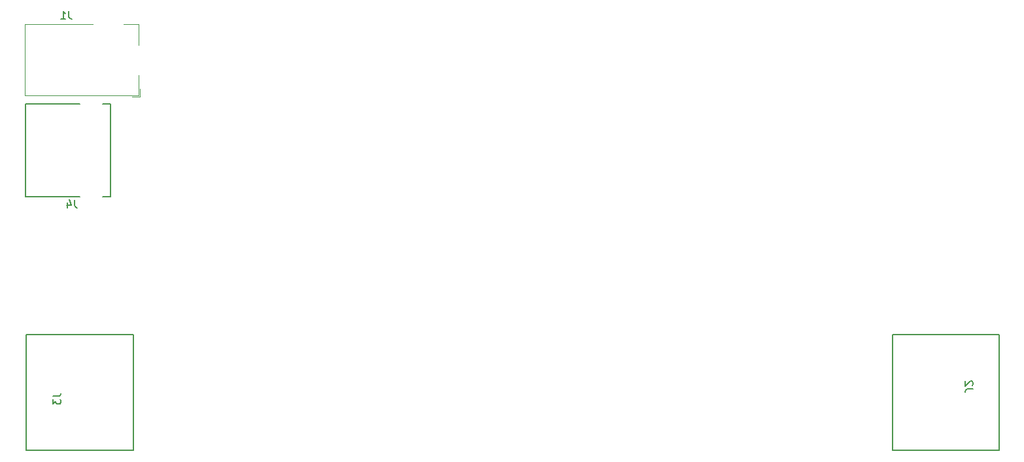
<source format=gbo>
G04 #@! TF.GenerationSoftware,KiCad,Pcbnew,(5.1.5)-3*
G04 #@! TF.CreationDate,2021-07-25T13:57:05-05:00*
G04 #@! TF.ProjectId,IRF510-Amplifier,49524635-3130-42d4-916d-706c69666965,rev?*
G04 #@! TF.SameCoordinates,Original*
G04 #@! TF.FileFunction,Legend,Bot*
G04 #@! TF.FilePolarity,Positive*
%FSLAX46Y46*%
G04 Gerber Fmt 4.6, Leading zero omitted, Abs format (unit mm)*
G04 Created by KiCad (PCBNEW (5.1.5)-3) date 2021-07-25 13:57:05*
%MOMM*%
%LPD*%
G04 APERTURE LIST*
%ADD10C,0.203200*%
%ADD11C,0.127000*%
%ADD12C,0.120000*%
%ADD13C,0.150000*%
%ADD14C,0.660400*%
%ADD15C,3.602000*%
%ADD16C,1.981200*%
%ADD17C,1.302000*%
%ADD18C,2.503200*%
%ADD19O,1.902000X1.819500*%
%ADD20R,1.902000X1.819500*%
%ADD21C,2.602000*%
%ADD22O,1.902000X1.902000*%
%ADD23R,1.902000X1.902000*%
%ADD24O,2.102000X2.007000*%
%ADD25R,2.102000X2.007000*%
%ADD26O,2.819200X1.511200*%
%ADD27C,3.419200*%
%ADD28C,0.100000*%
%ADD29R,3.602000X3.602000*%
G04 APERTURE END LIST*
D10*
X75700000Y-55700000D02*
X75700000Y-43700000D01*
X86700000Y-55700000D02*
X86700000Y-43700000D01*
X75700000Y-43700000D02*
X82700000Y-43700000D01*
X86700000Y-43700000D02*
X85700000Y-43700000D01*
X86700000Y-55700000D02*
X85700000Y-55700000D01*
X75700000Y-55700000D02*
X82700000Y-55700000D01*
D11*
X89651800Y-73627000D02*
X89651800Y-88613000D01*
X75808800Y-73627000D02*
X89651800Y-73627000D01*
X89651800Y-88613000D02*
X75808800Y-88613000D01*
X75808800Y-88613000D02*
X75808800Y-73627000D01*
X187928200Y-88593000D02*
X187928200Y-73607000D01*
X201771200Y-88593000D02*
X187928200Y-88593000D01*
X187928200Y-73607000D02*
X201771200Y-73607000D01*
X201771200Y-73607000D02*
X201771200Y-88593000D01*
D12*
X90500000Y-41750000D02*
X90500000Y-42800000D01*
X89450000Y-42800000D02*
X90500000Y-42800000D01*
X84400000Y-33400000D02*
X75600000Y-33400000D01*
X75600000Y-33400000D02*
X75600000Y-42600000D01*
X90300000Y-36100000D02*
X90300000Y-33400000D01*
X90300000Y-33400000D02*
X88400000Y-33400000D01*
X75600000Y-42600000D02*
X90300000Y-42600000D01*
X90300000Y-42600000D02*
X90300000Y-40000000D01*
D13*
X82033333Y-56152380D02*
X82033333Y-56866666D01*
X82080952Y-57009523D01*
X82176190Y-57104761D01*
X82319047Y-57152380D01*
X82414285Y-57152380D01*
X81128571Y-56485714D02*
X81128571Y-57152380D01*
X81366666Y-56104761D02*
X81604761Y-56819047D01*
X80985714Y-56819047D01*
X79232380Y-81586666D02*
X79946666Y-81586666D01*
X80089523Y-81539047D01*
X80184761Y-81443809D01*
X80232380Y-81300952D01*
X80232380Y-81205714D01*
X79232380Y-81967619D02*
X79232380Y-82586666D01*
X79613333Y-82253333D01*
X79613333Y-82396190D01*
X79660952Y-82491428D01*
X79708571Y-82539047D01*
X79803809Y-82586666D01*
X80041904Y-82586666D01*
X80137142Y-82539047D01*
X80184761Y-82491428D01*
X80232380Y-82396190D01*
X80232380Y-82110476D01*
X80184761Y-82015238D01*
X80137142Y-81967619D01*
X198347619Y-80633333D02*
X197633333Y-80633333D01*
X197490476Y-80680952D01*
X197395238Y-80776190D01*
X197347619Y-80919047D01*
X197347619Y-81014285D01*
X198252380Y-80204761D02*
X198300000Y-80157142D01*
X198347619Y-80061904D01*
X198347619Y-79823809D01*
X198300000Y-79728571D01*
X198252380Y-79680952D01*
X198157142Y-79633333D01*
X198061904Y-79633333D01*
X197919047Y-79680952D01*
X197347619Y-80252380D01*
X197347619Y-79633333D01*
X81283333Y-31702380D02*
X81283333Y-32416666D01*
X81330952Y-32559523D01*
X81426190Y-32654761D01*
X81569047Y-32702380D01*
X81664285Y-32702380D01*
X80283333Y-32702380D02*
X80854761Y-32702380D01*
X80569047Y-32702380D02*
X80569047Y-31702380D01*
X80664285Y-31845238D01*
X80759523Y-31940476D01*
X80854761Y-31988095D01*
%LPC*%
D14*
X84530200Y-52200000D02*
G75*
G03X84530200Y-52200000I-330200J0D01*
G01*
X84530200Y-44600000D02*
G75*
G03X84530200Y-44600000I-330200J0D01*
G01*
X79530200Y-49700000D02*
G75*
G03X79530200Y-49700000I-330200J0D01*
G01*
X84530200Y-54800000D02*
G75*
G03X84530200Y-54800000I-330200J0D01*
G01*
X84530200Y-47200000D02*
G75*
G03X84530200Y-47200000I-330200J0D01*
G01*
D15*
X197500000Y-96900000D03*
X197300000Y-24400000D03*
X80200000Y-96800000D03*
X80100000Y-24300000D03*
D16*
X109700000Y-51100000D03*
X102080000Y-56180000D03*
X109700000Y-48560000D03*
X102080000Y-53640000D03*
D17*
X76700000Y-54700000D03*
X79200000Y-54700000D03*
D18*
X84200000Y-54800000D03*
D17*
X84200000Y-49700000D03*
D18*
X79200000Y-49700000D03*
D17*
X79200000Y-44700000D03*
D18*
X84200000Y-44600000D03*
X84200000Y-47200000D03*
D17*
X76700000Y-44700000D03*
D18*
X84200000Y-52200000D03*
D19*
X93200000Y-60620000D03*
X93200000Y-62910000D03*
D20*
X93200000Y-65200000D03*
D16*
X128510000Y-51230000D03*
X120890000Y-56310000D03*
X128510000Y-48690000D03*
X120890000Y-53770000D03*
D21*
X138300000Y-77300000D03*
X143300000Y-77300000D03*
X140800000Y-74400000D03*
X143300000Y-52500000D03*
X138300000Y-52500000D03*
X140800000Y-55400000D03*
D16*
X151200000Y-38100000D03*
X160845000Y-46244000D03*
D22*
X148500000Y-64500000D03*
D23*
X138340000Y-64500000D03*
D24*
X156500000Y-62020000D03*
X156500000Y-64560000D03*
D25*
X156500000Y-67100000D03*
D16*
X169090000Y-75190000D03*
X176710000Y-82810000D03*
X169090000Y-61790000D03*
X176710000Y-69410000D03*
D26*
X86680000Y-81120000D03*
X86680000Y-78580000D03*
D27*
X81600000Y-76040000D03*
X81600000Y-86200000D03*
D26*
X190900000Y-81100000D03*
X190900000Y-83640000D03*
D27*
X195980000Y-86180000D03*
X195980000Y-76020000D03*
D28*
G36*
X87388764Y-31503336D02*
G01*
X87476179Y-31516303D01*
X87561901Y-31537775D01*
X87645106Y-31567546D01*
X87724993Y-31605330D01*
X87800791Y-31650762D01*
X87871771Y-31703404D01*
X87937250Y-31762750D01*
X87996596Y-31828229D01*
X88049238Y-31899209D01*
X88094670Y-31975007D01*
X88132454Y-32054894D01*
X88162225Y-32138099D01*
X88183697Y-32223821D01*
X88196664Y-32311236D01*
X88201000Y-32399500D01*
X88201000Y-34200500D01*
X88196664Y-34288764D01*
X88183697Y-34376179D01*
X88162225Y-34461901D01*
X88132454Y-34545106D01*
X88094670Y-34624993D01*
X88049238Y-34700791D01*
X87996596Y-34771771D01*
X87937250Y-34837250D01*
X87871771Y-34896596D01*
X87800791Y-34949238D01*
X87724993Y-34994670D01*
X87645106Y-35032454D01*
X87561901Y-35062225D01*
X87476179Y-35083697D01*
X87388764Y-35096664D01*
X87300500Y-35101000D01*
X85499500Y-35101000D01*
X85411236Y-35096664D01*
X85323821Y-35083697D01*
X85238099Y-35062225D01*
X85154894Y-35032454D01*
X85075007Y-34994670D01*
X84999209Y-34949238D01*
X84928229Y-34896596D01*
X84862750Y-34837250D01*
X84803404Y-34771771D01*
X84750762Y-34700791D01*
X84705330Y-34624993D01*
X84667546Y-34545106D01*
X84637775Y-34461901D01*
X84616303Y-34376179D01*
X84603336Y-34288764D01*
X84599000Y-34200500D01*
X84599000Y-32399500D01*
X84603336Y-32311236D01*
X84616303Y-32223821D01*
X84637775Y-32138099D01*
X84667546Y-32054894D01*
X84705330Y-31975007D01*
X84750762Y-31899209D01*
X84803404Y-31828229D01*
X84862750Y-31762750D01*
X84928229Y-31703404D01*
X84999209Y-31650762D01*
X85075007Y-31605330D01*
X85154894Y-31567546D01*
X85238099Y-31537775D01*
X85323821Y-31516303D01*
X85411236Y-31503336D01*
X85499500Y-31499000D01*
X87300500Y-31499000D01*
X87388764Y-31503336D01*
G37*
G36*
X84251512Y-36202734D02*
G01*
X84326793Y-36213901D01*
X84400616Y-36232393D01*
X84472271Y-36258031D01*
X84541068Y-36290570D01*
X84606345Y-36329695D01*
X84667472Y-36375030D01*
X84723861Y-36426139D01*
X84774970Y-36482528D01*
X84820305Y-36543655D01*
X84859430Y-36608932D01*
X84891969Y-36677729D01*
X84917607Y-36749384D01*
X84936099Y-36823207D01*
X84947266Y-36898488D01*
X84951000Y-36974500D01*
X84951000Y-39025500D01*
X84947266Y-39101512D01*
X84936099Y-39176793D01*
X84917607Y-39250616D01*
X84891969Y-39322271D01*
X84859430Y-39391068D01*
X84820305Y-39456345D01*
X84774970Y-39517472D01*
X84723861Y-39573861D01*
X84667472Y-39624970D01*
X84606345Y-39670305D01*
X84541068Y-39709430D01*
X84472271Y-39741969D01*
X84400616Y-39767607D01*
X84326793Y-39786099D01*
X84251512Y-39797266D01*
X84175500Y-39801000D01*
X82624500Y-39801000D01*
X82548488Y-39797266D01*
X82473207Y-39786099D01*
X82399384Y-39767607D01*
X82327729Y-39741969D01*
X82258932Y-39709430D01*
X82193655Y-39670305D01*
X82132528Y-39624970D01*
X82076139Y-39573861D01*
X82025030Y-39517472D01*
X81979695Y-39456345D01*
X81940570Y-39391068D01*
X81908031Y-39322271D01*
X81882393Y-39250616D01*
X81863901Y-39176793D01*
X81852734Y-39101512D01*
X81849000Y-39025500D01*
X81849000Y-36974500D01*
X81852734Y-36898488D01*
X81863901Y-36823207D01*
X81882393Y-36749384D01*
X81908031Y-36677729D01*
X81940570Y-36608932D01*
X81979695Y-36543655D01*
X82025030Y-36482528D01*
X82076139Y-36426139D01*
X82132528Y-36375030D01*
X82193655Y-36329695D01*
X82258932Y-36290570D01*
X82327729Y-36258031D01*
X82399384Y-36232393D01*
X82473207Y-36213901D01*
X82548488Y-36202734D01*
X82624500Y-36199000D01*
X84175500Y-36199000D01*
X84251512Y-36202734D01*
G37*
D29*
X89400000Y-38000000D03*
M02*

</source>
